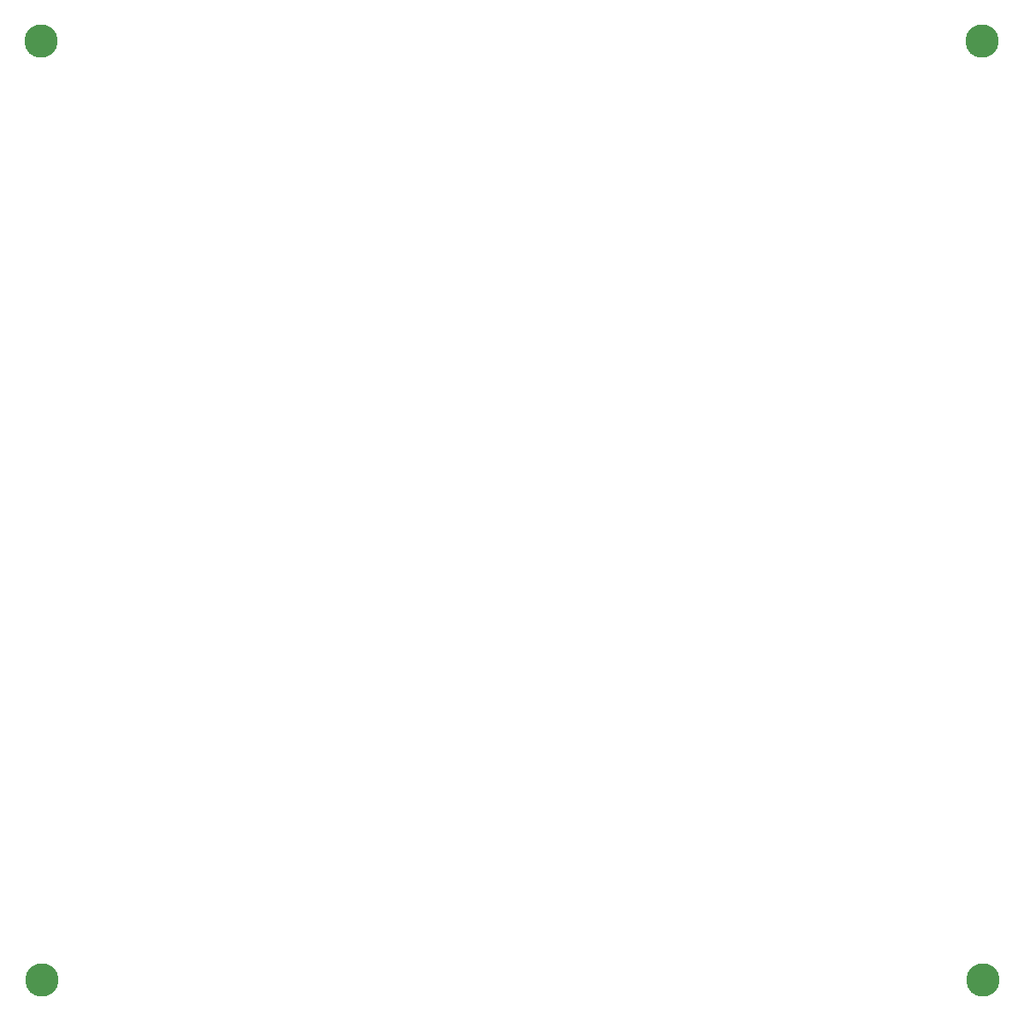
<source format=gbr>
G04 #@! TF.GenerationSoftware,KiCad,Pcbnew,6.0.7*
G04 #@! TF.CreationDate,2023-06-12T18:01:15+12:00*
G04 #@! TF.ProjectId,default_panel,64656661-756c-4745-9f70-616e656c2e6b,1_0_1*
G04 #@! TF.SameCoordinates,Original*
G04 #@! TF.FileFunction,Soldermask,Bot*
G04 #@! TF.FilePolarity,Negative*
%FSLAX46Y46*%
G04 Gerber Fmt 4.6, Leading zero omitted, Abs format (unit mm)*
G04 Created by KiCad (PCBNEW 6.0.7) date 2023-06-12 18:01:15*
%MOMM*%
%LPD*%
G01*
G04 APERTURE LIST*
%ADD10C,3.302000*%
G04 APERTURE END LIST*
D10*
X196600000Y-146500000D03*
X196500000Y-53500000D03*
X103500000Y-146500000D03*
X103400000Y-53500000D03*
M02*

</source>
